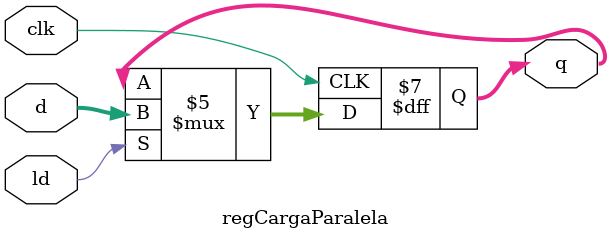
<source format=v>
/*
	regCargaParalela.v
	Flip-flop de 4-bits com entrada de ativação ld
*/

module regCargaParalela (d,clk,ld,q);

	input [3:0] d;
	input clk, ld;
	output reg [3:0] q;
	
	initial begin
	
		q = 4'b0000;
	
	end
	
	always @(negedge clk) begin
	
		if (ld == 1'b1) begin
			q = d;
		end
	
	end

endmodule
</source>
